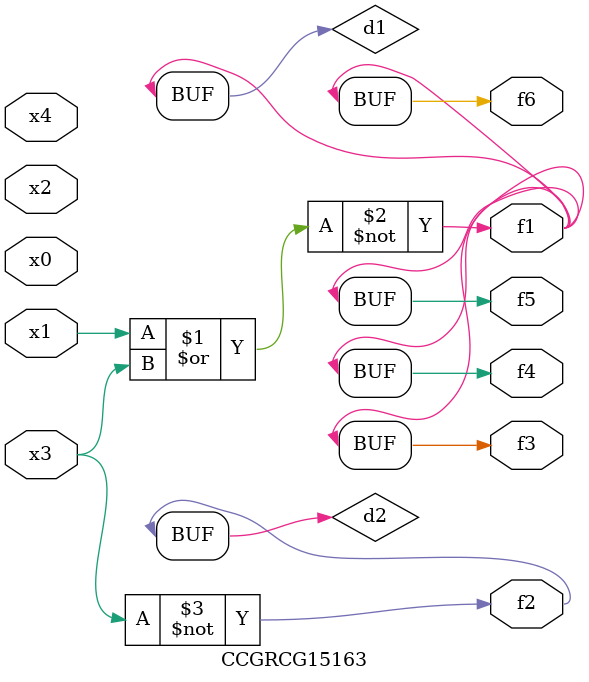
<source format=v>
module CCGRCG15163(
	input x0, x1, x2, x3, x4,
	output f1, f2, f3, f4, f5, f6
);

	wire d1, d2;

	nor (d1, x1, x3);
	not (d2, x3);
	assign f1 = d1;
	assign f2 = d2;
	assign f3 = d1;
	assign f4 = d1;
	assign f5 = d1;
	assign f6 = d1;
endmodule

</source>
